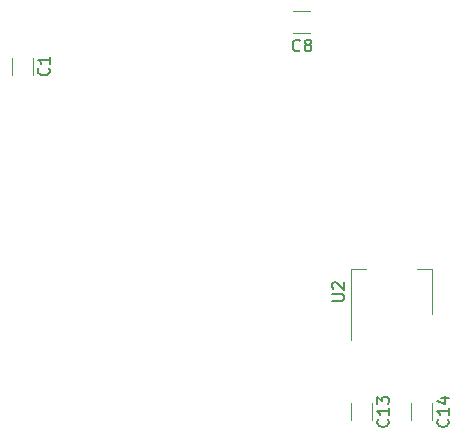
<source format=gbr>
%TF.GenerationSoftware,KiCad,Pcbnew,8.0.3*%
%TF.CreationDate,2024-07-01T16:32:00+02:00*%
%TF.ProjectId,weerstation-main,77656572-7374-4617-9469-6f6e2d6d6169,rev?*%
%TF.SameCoordinates,Original*%
%TF.FileFunction,Legend,Top*%
%TF.FilePolarity,Positive*%
%FSLAX46Y46*%
G04 Gerber Fmt 4.6, Leading zero omitted, Abs format (unit mm)*
G04 Created by KiCad (PCBNEW 8.0.3) date 2024-07-01 16:32:00*
%MOMM*%
%LPD*%
G01*
G04 APERTURE LIST*
%ADD10C,0.150000*%
%ADD11C,0.120000*%
G04 APERTURE END LIST*
D10*
X70789580Y-56522857D02*
X70837200Y-56570476D01*
X70837200Y-56570476D02*
X70884819Y-56713333D01*
X70884819Y-56713333D02*
X70884819Y-56808571D01*
X70884819Y-56808571D02*
X70837200Y-56951428D01*
X70837200Y-56951428D02*
X70741961Y-57046666D01*
X70741961Y-57046666D02*
X70646723Y-57094285D01*
X70646723Y-57094285D02*
X70456247Y-57141904D01*
X70456247Y-57141904D02*
X70313390Y-57141904D01*
X70313390Y-57141904D02*
X70122914Y-57094285D01*
X70122914Y-57094285D02*
X70027676Y-57046666D01*
X70027676Y-57046666D02*
X69932438Y-56951428D01*
X69932438Y-56951428D02*
X69884819Y-56808571D01*
X69884819Y-56808571D02*
X69884819Y-56713333D01*
X69884819Y-56713333D02*
X69932438Y-56570476D01*
X69932438Y-56570476D02*
X69980057Y-56522857D01*
X70884819Y-55570476D02*
X70884819Y-56141904D01*
X70884819Y-55856190D02*
X69884819Y-55856190D01*
X69884819Y-55856190D02*
X70027676Y-55951428D01*
X70027676Y-55951428D02*
X70122914Y-56046666D01*
X70122914Y-56046666D02*
X70170533Y-56141904D01*
X69884819Y-55237142D02*
X69884819Y-54618095D01*
X69884819Y-54618095D02*
X70265771Y-54951428D01*
X70265771Y-54951428D02*
X70265771Y-54808571D01*
X70265771Y-54808571D02*
X70313390Y-54713333D01*
X70313390Y-54713333D02*
X70361009Y-54665714D01*
X70361009Y-54665714D02*
X70456247Y-54618095D01*
X70456247Y-54618095D02*
X70694342Y-54618095D01*
X70694342Y-54618095D02*
X70789580Y-54665714D01*
X70789580Y-54665714D02*
X70837200Y-54713333D01*
X70837200Y-54713333D02*
X70884819Y-54808571D01*
X70884819Y-54808571D02*
X70884819Y-55094285D01*
X70884819Y-55094285D02*
X70837200Y-55189523D01*
X70837200Y-55189523D02*
X70789580Y-55237142D01*
X66074819Y-46481904D02*
X66884342Y-46481904D01*
X66884342Y-46481904D02*
X66979580Y-46434285D01*
X66979580Y-46434285D02*
X67027200Y-46386666D01*
X67027200Y-46386666D02*
X67074819Y-46291428D01*
X67074819Y-46291428D02*
X67074819Y-46100952D01*
X67074819Y-46100952D02*
X67027200Y-46005714D01*
X67027200Y-46005714D02*
X66979580Y-45958095D01*
X66979580Y-45958095D02*
X66884342Y-45910476D01*
X66884342Y-45910476D02*
X66074819Y-45910476D01*
X66170057Y-45481904D02*
X66122438Y-45434285D01*
X66122438Y-45434285D02*
X66074819Y-45339047D01*
X66074819Y-45339047D02*
X66074819Y-45100952D01*
X66074819Y-45100952D02*
X66122438Y-45005714D01*
X66122438Y-45005714D02*
X66170057Y-44958095D01*
X66170057Y-44958095D02*
X66265295Y-44910476D01*
X66265295Y-44910476D02*
X66360533Y-44910476D01*
X66360533Y-44910476D02*
X66503390Y-44958095D01*
X66503390Y-44958095D02*
X67074819Y-45529523D01*
X67074819Y-45529523D02*
X67074819Y-44910476D01*
X63359575Y-25268615D02*
X63311956Y-25316235D01*
X63311956Y-25316235D02*
X63169099Y-25363854D01*
X63169099Y-25363854D02*
X63073861Y-25363854D01*
X63073861Y-25363854D02*
X62931004Y-25316235D01*
X62931004Y-25316235D02*
X62835766Y-25220996D01*
X62835766Y-25220996D02*
X62788147Y-25125758D01*
X62788147Y-25125758D02*
X62740528Y-24935282D01*
X62740528Y-24935282D02*
X62740528Y-24792425D01*
X62740528Y-24792425D02*
X62788147Y-24601949D01*
X62788147Y-24601949D02*
X62835766Y-24506711D01*
X62835766Y-24506711D02*
X62931004Y-24411473D01*
X62931004Y-24411473D02*
X63073861Y-24363854D01*
X63073861Y-24363854D02*
X63169099Y-24363854D01*
X63169099Y-24363854D02*
X63311956Y-24411473D01*
X63311956Y-24411473D02*
X63359575Y-24459092D01*
X63931004Y-24792425D02*
X63835766Y-24744806D01*
X63835766Y-24744806D02*
X63788147Y-24697187D01*
X63788147Y-24697187D02*
X63740528Y-24601949D01*
X63740528Y-24601949D02*
X63740528Y-24554330D01*
X63740528Y-24554330D02*
X63788147Y-24459092D01*
X63788147Y-24459092D02*
X63835766Y-24411473D01*
X63835766Y-24411473D02*
X63931004Y-24363854D01*
X63931004Y-24363854D02*
X64121480Y-24363854D01*
X64121480Y-24363854D02*
X64216718Y-24411473D01*
X64216718Y-24411473D02*
X64264337Y-24459092D01*
X64264337Y-24459092D02*
X64311956Y-24554330D01*
X64311956Y-24554330D02*
X64311956Y-24601949D01*
X64311956Y-24601949D02*
X64264337Y-24697187D01*
X64264337Y-24697187D02*
X64216718Y-24744806D01*
X64216718Y-24744806D02*
X64121480Y-24792425D01*
X64121480Y-24792425D02*
X63931004Y-24792425D01*
X63931004Y-24792425D02*
X63835766Y-24840044D01*
X63835766Y-24840044D02*
X63788147Y-24887663D01*
X63788147Y-24887663D02*
X63740528Y-24982901D01*
X63740528Y-24982901D02*
X63740528Y-25173377D01*
X63740528Y-25173377D02*
X63788147Y-25268615D01*
X63788147Y-25268615D02*
X63835766Y-25316235D01*
X63835766Y-25316235D02*
X63931004Y-25363854D01*
X63931004Y-25363854D02*
X64121480Y-25363854D01*
X64121480Y-25363854D02*
X64216718Y-25316235D01*
X64216718Y-25316235D02*
X64264337Y-25268615D01*
X64264337Y-25268615D02*
X64311956Y-25173377D01*
X64311956Y-25173377D02*
X64311956Y-24982901D01*
X64311956Y-24982901D02*
X64264337Y-24887663D01*
X64264337Y-24887663D02*
X64216718Y-24840044D01*
X64216718Y-24840044D02*
X64121480Y-24792425D01*
X75869580Y-56522857D02*
X75917200Y-56570476D01*
X75917200Y-56570476D02*
X75964819Y-56713333D01*
X75964819Y-56713333D02*
X75964819Y-56808571D01*
X75964819Y-56808571D02*
X75917200Y-56951428D01*
X75917200Y-56951428D02*
X75821961Y-57046666D01*
X75821961Y-57046666D02*
X75726723Y-57094285D01*
X75726723Y-57094285D02*
X75536247Y-57141904D01*
X75536247Y-57141904D02*
X75393390Y-57141904D01*
X75393390Y-57141904D02*
X75202914Y-57094285D01*
X75202914Y-57094285D02*
X75107676Y-57046666D01*
X75107676Y-57046666D02*
X75012438Y-56951428D01*
X75012438Y-56951428D02*
X74964819Y-56808571D01*
X74964819Y-56808571D02*
X74964819Y-56713333D01*
X74964819Y-56713333D02*
X75012438Y-56570476D01*
X75012438Y-56570476D02*
X75060057Y-56522857D01*
X75964819Y-55570476D02*
X75964819Y-56141904D01*
X75964819Y-55856190D02*
X74964819Y-55856190D01*
X74964819Y-55856190D02*
X75107676Y-55951428D01*
X75107676Y-55951428D02*
X75202914Y-56046666D01*
X75202914Y-56046666D02*
X75250533Y-56141904D01*
X75298152Y-54713333D02*
X75964819Y-54713333D01*
X74917200Y-54951428D02*
X75631485Y-55189523D01*
X75631485Y-55189523D02*
X75631485Y-54570476D01*
X42068466Y-26789166D02*
X42116086Y-26836785D01*
X42116086Y-26836785D02*
X42163705Y-26979642D01*
X42163705Y-26979642D02*
X42163705Y-27074880D01*
X42163705Y-27074880D02*
X42116086Y-27217737D01*
X42116086Y-27217737D02*
X42020847Y-27312975D01*
X42020847Y-27312975D02*
X41925609Y-27360594D01*
X41925609Y-27360594D02*
X41735133Y-27408213D01*
X41735133Y-27408213D02*
X41592276Y-27408213D01*
X41592276Y-27408213D02*
X41401800Y-27360594D01*
X41401800Y-27360594D02*
X41306562Y-27312975D01*
X41306562Y-27312975D02*
X41211324Y-27217737D01*
X41211324Y-27217737D02*
X41163705Y-27074880D01*
X41163705Y-27074880D02*
X41163705Y-26979642D01*
X41163705Y-26979642D02*
X41211324Y-26836785D01*
X41211324Y-26836785D02*
X41258943Y-26789166D01*
X42163705Y-25836785D02*
X42163705Y-26408213D01*
X42163705Y-26122499D02*
X41163705Y-26122499D01*
X41163705Y-26122499D02*
X41306562Y-26217737D01*
X41306562Y-26217737D02*
X41401800Y-26312975D01*
X41401800Y-26312975D02*
X41449419Y-26408213D01*
D11*
%TO.C,C13*%
X67670000Y-55168748D02*
X67670000Y-56591252D01*
X69490000Y-55168748D02*
X69490000Y-56591252D01*
%TO.C,U2*%
X67710000Y-43810000D02*
X68970000Y-43810000D01*
X67710000Y-49820000D02*
X67710000Y-43810000D01*
X74530000Y-43810000D02*
X73270000Y-43810000D01*
X74530000Y-47570000D02*
X74530000Y-43810000D01*
%TO.C,C8*%
X62788748Y-21950000D02*
X64211252Y-21950000D01*
X62788748Y-23770000D02*
X64211252Y-23770000D01*
%TO.C,C14*%
X72750000Y-55168748D02*
X72750000Y-56591252D01*
X74570000Y-55168748D02*
X74570000Y-56591252D01*
%TO.C,C1*%
X38948886Y-25911248D02*
X38948886Y-27333752D01*
X40768886Y-25911248D02*
X40768886Y-27333752D01*
%TD*%
M02*

</source>
